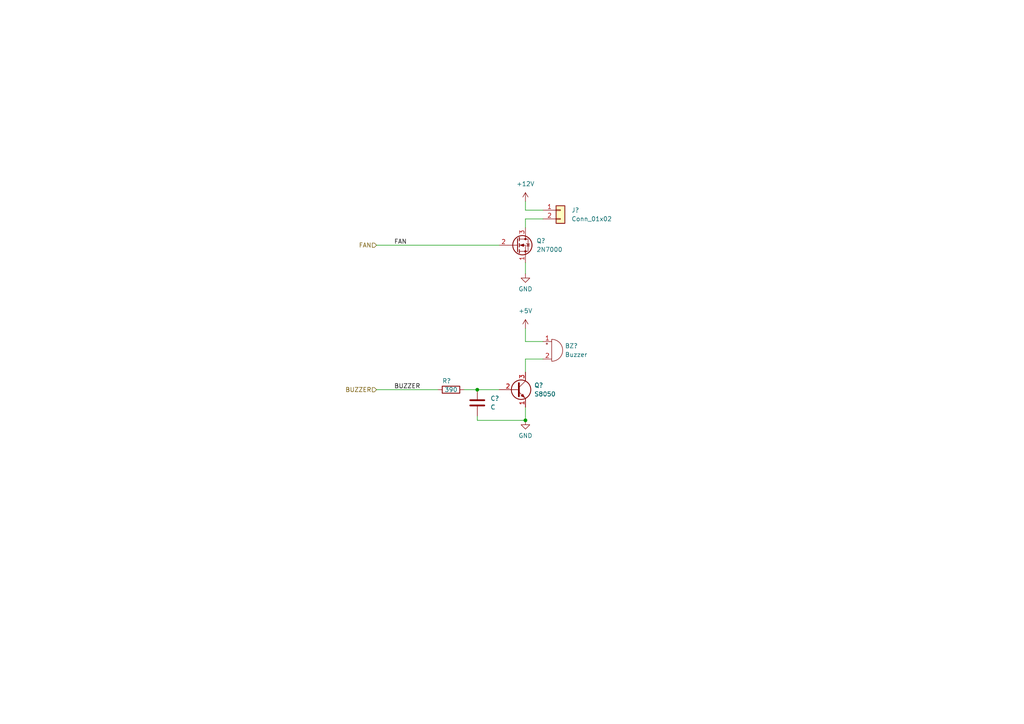
<source format=kicad_sch>
(kicad_sch (version 20211123) (generator eeschema)
  (paper "A4")
  (lib_symbols
    (symbol "Connector_Generic:Conn_01x02" (pin_names (offset 1.016) hide)
      (property "Reference" "J" (at 0 2.54 0))
      (property "Value" "Conn_01x02" (at 0 -5.08 0))
      (symbol "Conn_01x02_1_1"
        (rectangle (start -1.27 -2.413) (end 0 -2.667) (stroke (width 0.1524)))
        (rectangle (start -1.27 0.127) (end 0 -0.127) (stroke (width 0.1524)))
        (rectangle (start -1.27 1.27) (end 1.27 -3.81) (stroke (width 0.254)) (fill (type background)))
        (pin passive line (at -5.08 0 0) (length 3.81) (name "Pin_1") (number "1"))
        (pin passive line (at -5.08 -2.54 0) (length 3.81) (name "Pin_2") (number "2"))
      )
    )
    (symbol "Device:Buzzer" (pin_names (offset 0.0254) hide)
      (property "Reference" "BZ" (at 3.81 1.27 0))
      (property "Value" "Buzzer" (at 3.81 -1.27 0))
      (symbol "Buzzer_0_1"
        (arc (start 0 -3.175) (mid 3.175 0) (end 0 3.175))
        (polyline (pts (xy -1.651 1.905) (xy -1.143 1.905)))
        (polyline (pts (xy -1.397 2.159) (xy -1.397 1.651)))
        (polyline (pts (xy 0 3.175) (xy 0 -3.175)))
      )
      (symbol "Buzzer_1_1"
        (pin passive line (at -2.54 2.54 0) (length 2.54) (name "-") (number "1"))
        (pin passive line (at -2.54 -2.54 0) (length 2.54) (name "+") (number "2"))
      )
    )
    (symbol "Device:C" (pin_numbers hide) (pin_names (offset 0.254))
      (property "Reference" "C" (at 0.635 2.54 0))
      (property "Value" "C" (at 0.635 -2.54 0))
      (symbol "C_0_1"
        (polyline (pts (xy -2.032 -0.762) (xy 2.032 -0.762)) (stroke (width 0.508)))
        (polyline (pts (xy -2.032 0.762) (xy 2.032 0.762)) (stroke (width 0.508)))
      )
      (symbol "C_1_1"
        (pin passive line (at 0 3.81 270) (length 2.794) (name "~") (number "1"))
        (pin passive line (at 0 -3.81 90) (length 2.794) (name "~") (number "2"))
      )
    )
    (symbol "Device:R" (pin_numbers hide) (pin_names (offset 0))
      (property "Reference" "R" (at 2.032 0 90))
      (property "Value" "R" (at 0 0 90))
      (symbol "R_0_1"
        (rectangle (start -1.016 -2.54) (end 1.016 2.54) (stroke (width 0.254)))
      )
      (symbol "R_1_1"
        (pin passive line (at 0 3.81 270) (length 1.27) (name "~") (number "1"))
        (pin passive line (at 0 -3.81 90) (length 1.27) (name "~") (number "2"))
      )
    )
    (symbol "Transistor_BJT:S8050" (pin_names (offset 0) hide)
      (property "Reference" "Q" (at 5.08 1.905 0))
      (property "Value" "S8050" (at 5.08 0 0))
      (symbol "S8050_0_1"
        (polyline (pts (xy 0 0) (xy 0.635 0)))
        (polyline (pts (xy 0.635 0.635) (xy 2.54 2.54)))
        (polyline (pts (xy 0.635 -0.635) (xy 2.54 -2.54) (xy 2.54 -2.54)))
        (polyline (pts (xy 0.635 1.905) (xy 0.635 -1.905) (xy 0.635 -1.905)) (stroke (width 0.508)))
        (polyline (pts (xy 1.27 -1.778) (xy 1.778 -1.27) (xy 2.286 -2.286) (xy 1.27 -1.778) (xy 1.27 -1.778)) (fill (type outline)))
        (circle (center 1.27 0) (radius 2.8194) (stroke (width 0.254)))
      )
      (symbol "S8050_1_1"
        (pin passive line (at 2.54 -5.08 90) (length 2.54) (name "E") (number "1"))
        (pin input line (at -5.08 0 0) (length 5.08) (name "B") (number "2"))
        (pin passive line (at 2.54 5.08 270) (length 2.54) (name "C") (number "3"))
      )
    )
    (symbol "Transistor_FET:2N7000" (pin_names hide)
      (property "Reference" "Q" (at 5.08 1.905 0))
      (property "Value" "2N7000" (at 5.08 0 0))
      (symbol "2N7000_0_1"
        (polyline (pts (xy 0.254 0) (xy -2.54 0)))
        (polyline (pts (xy 0.254 1.905) (xy 0.254 -1.905)) (stroke (width 0.254)))
        (polyline (pts (xy 0.762 -1.27) (xy 0.762 -2.286)) (stroke (width 0.254)))
        (polyline (pts (xy 0.762 0.508) (xy 0.762 -0.508)) (stroke (width 0.254)))
        (polyline (pts (xy 0.762 2.286) (xy 0.762 1.27)) (stroke (width 0.254)))
        (polyline (pts (xy 2.54 2.54) (xy 2.54 1.778)))
        (polyline (pts (xy 2.54 -2.54) (xy 2.54 0) (xy 0.762 0)))
        (polyline (pts (xy 0.762 -1.778) (xy 3.302 -1.778) (xy 3.302 1.778) (xy 0.762 1.778)))
        (polyline (pts (xy 1.016 0) (xy 2.032 0.381) (xy 2.032 -0.381) (xy 1.016 0)) (fill (type outline)))
        (polyline (pts (xy 2.794 0.508) (xy 2.921 0.381) (xy 3.683 0.381) (xy 3.81 0.254)))
        (polyline (pts (xy 3.302 0.381) (xy 2.921 -0.254) (xy 3.683 -0.254) (xy 3.302 0.381)))
        (circle (center 1.651 0) (radius 2.794) (stroke (width 0.254)))
        (circle (center 2.54 -1.778) (radius 0.254) (fill (type outline)))
        (circle (center 2.54 1.778) (radius 0.254) (fill (type outline)))
      )
      (symbol "2N7000_1_1"
        (pin passive line (at 2.54 -5.08 90) (length 2.54) (name "S") (number "1"))
        (pin input line (at -5.08 0 0) (length 2.54) (name "G") (number "2"))
        (pin passive line (at 2.54 5.08 270) (length 2.54) (name "D") (number "3"))
      )
    )
    (symbol "power:+12V" (power) (pin_names (offset 0))
      (property "Value" "+12V" (at 0 3.556 0))
      (symbol "+12V_0_1"
        (polyline (pts (xy -0.762 1.27) (xy 0 2.54)))
        (polyline (pts (xy 0 0) (xy 0 2.54)))
        (polyline (pts (xy 0 2.54) (xy 0.762 1.27)))
      )
      (symbol "+12V_1_1"
        (pin power_in line (at 0 0 90) (length 0) hide (name "+12V") (number "1"))
      )
    )
    (symbol "power:+5V" (power) (pin_names (offset 0))
      (property "Value" "+5V" (at 0 3.556 0))
      (symbol "+5V_0_1"
        (polyline (pts (xy -0.762 1.27) (xy 0 2.54)))
        (polyline (pts (xy 0 0) (xy 0 2.54)))
        (polyline (pts (xy 0 2.54) (xy 0.762 1.27)))
      )
      (symbol "+5V_1_1"
        (pin power_in line (at 0 0 90) (length 0) hide (name "+5V") (number "1"))
      )
    )
    (symbol "power:GND" (power) (pin_names (offset 0))
      (property "Value" "GND" (at 0 -3.81 0))
      (symbol "GND_0_1"
        (polyline (pts (xy 0 0) (xy 0 -1.27) (xy 1.27 -1.27) (xy 0 -2.54) (xy -1.27 -1.27) (xy 0 -1.27)))
      )
      (symbol "GND_1_1"
        (pin power_in line (at 0 0 270) (length 0) hide (name "GND") (number "1"))
      )
    )
  )
  (junction (at 138.43 113.03))
  (junction (at 152.4 121.92))
  (wire (pts (xy 138.43 113.03) (xy 144.78 113.03)))
  (wire (pts (xy 109.22 113.03) (xy 127 113.03)))
  (wire (pts (xy 157.48 104.14) (xy 152.4 104.14)))
  (wire (pts (xy 157.48 99.06) (xy 152.4 99.06)))
  (wire (pts (xy 152.4 99.06) (xy 152.4 95.25)))
  (wire (pts (xy 109.22 71.12) (xy 144.78 71.12)))
  (wire (pts (xy 157.48 63.5) (xy 152.4 63.5)))
  (wire (pts (xy 152.4 76.2) (xy 152.4 79.375)))
  (wire (pts (xy 152.4 63.5) (xy 152.4 66.04)))
  (wire (pts (xy 138.43 120.65) (xy 138.43 121.92)))
  (wire (pts (xy 152.4 118.11) (xy 152.4 121.92)))
  (wire (pts (xy 152.4 60.96) (xy 157.48 60.96)))
  (wire (pts (xy 134.62 113.03) (xy 138.43 113.03)))
  (wire (pts (xy 138.43 121.92) (xy 152.4 121.92)))
  (wire (pts (xy 152.4 104.14) (xy 152.4 107.95)))
  (wire (pts (xy 152.4 58.42) (xy 152.4 60.96)))
  (label "BUZZER" (at 114.3 113.03 0))
  (label "FAN" (at 114.3 71.12 0))
  (hierarchical_label "FAN" (shape input) (at 109.22 71.12 180))
  (hierarchical_label "BUZZER" (shape input) (at 109.22 113.03 180))
  (symbol (lib_id "Transistor_BJT:S8050") (at 149.86 113.03 0) (unit 1)
    (property "Reference" "Q?" (at 154.94 111.7599 0) (effects (justify left)))
    (property "Value" "S8050" (at 154.94 114.2999 0) (effects (justify left)))
    (property "Footprint" "Package_TO_SOT_THT:TO-92_Inline" (effects hide))
    (property "Datasheet" "http://www.unisonic.com.tw/datasheet/S8050.pdf" (effects hide))
  )
  (symbol (lib_id "Device:Buzzer") (at 160.02 101.6 0) (unit 1)
    (property "Reference" "BZ?" (at 163.83 100.3299 0) (effects (justify left)))
    (property "Value" "Buzzer" (at 163.83 102.8699 0) (effects (justify left)))
  )
  (symbol (lib_id "power:GND") (at 152.4 121.92 0) (unit 1)
    (property "Reference" "#PWR?" (effects hide))
    (property "Value" "GND" (at 152.4 126.365 0))
  )
  (symbol (lib_id "power:+12V") (at 152.4 58.42 0) (unit 1)
    (property "Reference" "#PWR?" (effects hide))
    (property "Value" "+12V" (at 152.4 53.34 0))
  )
  (symbol (lib_id "power:GND") (at 152.4 79.375 0) (unit 1)
    (property "Reference" "#PWR?" (effects hide))
    (property "Value" "GND" (at 152.4 83.82 0))
  )
  (symbol (lib_id "Device:C") (at 138.43 116.84 0) (unit 1)
    (property "Reference" "C?" (at 142.24 115.5699 0) (effects (justify left)))
    (property "Value" "C" (at 142.24 118.1099 0) (effects (justify left)))
  )
  (symbol (lib_id "Transistor_FET:2N7000") (at 149.86 71.12 0) (unit 1)
    (property "Reference" "Q?" (at 155.575 69.8499 0) (effects (justify left)))
    (property "Value" "2N7000" (at 155.575 72.3899 0) (effects (justify left)))
    (property "Footprint" "Package_TO_SOT_THT:TO-92_Inline" (effects hide))
    (property "Datasheet" "https://www.onsemi.com/pub/Collateral/NDS7002A-D.PDF" (effects hide))
  )
  (symbol (lib_id "power:+5V") (at 152.4 95.25 0) (unit 1)
    (property "Reference" "#PWR?" (effects hide))
    (property "Value" "+5V" (at 152.4 90.17 0))
  )
  (symbol (lib_id "Device:R") (at 130.81 113.03 90) (unit 1)
    (property "Reference" "R?" (at 129.54 110.49 90))
    (property "Value" "390" (at 130.81 113.03 90))
  )
  (symbol (lib_id "Connector_Generic:Conn_01x02") (at 162.56 60.96 0) (unit 1)
    (property "Reference" "J?" (at 165.735 60.9599 0) (effects (justify left)))
    (property "Value" "Conn_01x02" (at 165.735 63.4999 0) (effects (justify left)))
  )
)
</source>
